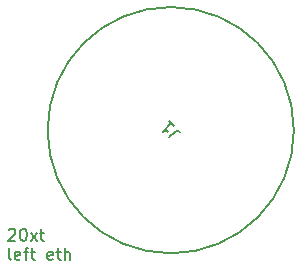
<source format=gbr>
%TF.GenerationSoftware,KiCad,Pcbnew,7.0.6*%
%TF.CreationDate,2024-04-06T15:36:31-04:00*%
%TF.ProjectId,peripheral_io_left_eth,70657269-7068-4657-9261-6c5f696f5f6c,rev?*%
%TF.SameCoordinates,Original*%
%TF.FileFunction,Legend,Top*%
%TF.FilePolarity,Positive*%
%FSLAX46Y46*%
G04 Gerber Fmt 4.6, Leading zero omitted, Abs format (unit mm)*
G04 Created by KiCad (PCBNEW 7.0.6) date 2024-04-06 15:36:31*
%MOMM*%
%LPD*%
G01*
G04 APERTURE LIST*
%ADD10C,0.150000*%
%ADD11C,0.152400*%
G04 APERTURE END LIST*
D10*
X169834160Y-83334057D02*
X169881779Y-83286438D01*
X169881779Y-83286438D02*
X169977017Y-83238819D01*
X169977017Y-83238819D02*
X170215112Y-83238819D01*
X170215112Y-83238819D02*
X170310350Y-83286438D01*
X170310350Y-83286438D02*
X170357969Y-83334057D01*
X170357969Y-83334057D02*
X170405588Y-83429295D01*
X170405588Y-83429295D02*
X170405588Y-83524533D01*
X170405588Y-83524533D02*
X170357969Y-83667390D01*
X170357969Y-83667390D02*
X169786541Y-84238819D01*
X169786541Y-84238819D02*
X170405588Y-84238819D01*
X171024636Y-83238819D02*
X171119874Y-83238819D01*
X171119874Y-83238819D02*
X171215112Y-83286438D01*
X171215112Y-83286438D02*
X171262731Y-83334057D01*
X171262731Y-83334057D02*
X171310350Y-83429295D01*
X171310350Y-83429295D02*
X171357969Y-83619771D01*
X171357969Y-83619771D02*
X171357969Y-83857866D01*
X171357969Y-83857866D02*
X171310350Y-84048342D01*
X171310350Y-84048342D02*
X171262731Y-84143580D01*
X171262731Y-84143580D02*
X171215112Y-84191200D01*
X171215112Y-84191200D02*
X171119874Y-84238819D01*
X171119874Y-84238819D02*
X171024636Y-84238819D01*
X171024636Y-84238819D02*
X170929398Y-84191200D01*
X170929398Y-84191200D02*
X170881779Y-84143580D01*
X170881779Y-84143580D02*
X170834160Y-84048342D01*
X170834160Y-84048342D02*
X170786541Y-83857866D01*
X170786541Y-83857866D02*
X170786541Y-83619771D01*
X170786541Y-83619771D02*
X170834160Y-83429295D01*
X170834160Y-83429295D02*
X170881779Y-83334057D01*
X170881779Y-83334057D02*
X170929398Y-83286438D01*
X170929398Y-83286438D02*
X171024636Y-83238819D01*
X171691303Y-84238819D02*
X172215112Y-83572152D01*
X171691303Y-83572152D02*
X172215112Y-84238819D01*
X172453208Y-83572152D02*
X172834160Y-83572152D01*
X172596065Y-83238819D02*
X172596065Y-84095961D01*
X172596065Y-84095961D02*
X172643684Y-84191200D01*
X172643684Y-84191200D02*
X172738922Y-84238819D01*
X172738922Y-84238819D02*
X172834160Y-84238819D01*
X170024636Y-85848819D02*
X169929398Y-85801200D01*
X169929398Y-85801200D02*
X169881779Y-85705961D01*
X169881779Y-85705961D02*
X169881779Y-84848819D01*
X170786541Y-85801200D02*
X170691303Y-85848819D01*
X170691303Y-85848819D02*
X170500827Y-85848819D01*
X170500827Y-85848819D02*
X170405589Y-85801200D01*
X170405589Y-85801200D02*
X170357970Y-85705961D01*
X170357970Y-85705961D02*
X170357970Y-85325009D01*
X170357970Y-85325009D02*
X170405589Y-85229771D01*
X170405589Y-85229771D02*
X170500827Y-85182152D01*
X170500827Y-85182152D02*
X170691303Y-85182152D01*
X170691303Y-85182152D02*
X170786541Y-85229771D01*
X170786541Y-85229771D02*
X170834160Y-85325009D01*
X170834160Y-85325009D02*
X170834160Y-85420247D01*
X170834160Y-85420247D02*
X170357970Y-85515485D01*
X171119875Y-85182152D02*
X171500827Y-85182152D01*
X171262732Y-85848819D02*
X171262732Y-84991676D01*
X171262732Y-84991676D02*
X171310351Y-84896438D01*
X171310351Y-84896438D02*
X171405589Y-84848819D01*
X171405589Y-84848819D02*
X171500827Y-84848819D01*
X171691304Y-85182152D02*
X172072256Y-85182152D01*
X171834161Y-84848819D02*
X171834161Y-85705961D01*
X171834161Y-85705961D02*
X171881780Y-85801200D01*
X171881780Y-85801200D02*
X171977018Y-85848819D01*
X171977018Y-85848819D02*
X172072256Y-85848819D01*
X173548447Y-85801200D02*
X173453209Y-85848819D01*
X173453209Y-85848819D02*
X173262733Y-85848819D01*
X173262733Y-85848819D02*
X173167495Y-85801200D01*
X173167495Y-85801200D02*
X173119876Y-85705961D01*
X173119876Y-85705961D02*
X173119876Y-85325009D01*
X173119876Y-85325009D02*
X173167495Y-85229771D01*
X173167495Y-85229771D02*
X173262733Y-85182152D01*
X173262733Y-85182152D02*
X173453209Y-85182152D01*
X173453209Y-85182152D02*
X173548447Y-85229771D01*
X173548447Y-85229771D02*
X173596066Y-85325009D01*
X173596066Y-85325009D02*
X173596066Y-85420247D01*
X173596066Y-85420247D02*
X173119876Y-85515485D01*
X173881781Y-85182152D02*
X174262733Y-85182152D01*
X174024638Y-84848819D02*
X174024638Y-85705961D01*
X174024638Y-85705961D02*
X174072257Y-85801200D01*
X174072257Y-85801200D02*
X174167495Y-85848819D01*
X174167495Y-85848819D02*
X174262733Y-85848819D01*
X174596067Y-85848819D02*
X174596067Y-84848819D01*
X175024638Y-85848819D02*
X175024638Y-85325009D01*
X175024638Y-85325009D02*
X174977019Y-85229771D01*
X174977019Y-85229771D02*
X174881781Y-85182152D01*
X174881781Y-85182152D02*
X174738924Y-85182152D01*
X174738924Y-85182152D02*
X174643686Y-85229771D01*
X174643686Y-85229771D02*
X174596067Y-85277390D01*
X183406161Y-75498639D02*
X183911237Y-74993563D01*
X183911237Y-74993563D02*
X184045924Y-74926219D01*
X184045924Y-74926219D02*
X184180611Y-74926219D01*
X184180611Y-74926219D02*
X184315298Y-74993563D01*
X184315298Y-74993563D02*
X184382642Y-75060906D01*
X183406161Y-74084425D02*
X183810222Y-74488486D01*
X183608191Y-74286456D02*
X182901084Y-74993563D01*
X182901084Y-74993563D02*
X183069443Y-74959891D01*
X183069443Y-74959891D02*
X183204130Y-74959891D01*
X183204130Y-74959891D02*
X183305145Y-74993563D01*
D11*
%TO.C,J1*%
X193982660Y-74877436D02*
G75*
G03*
X193982660Y-74877436I-10426700J0D01*
G01*
%TD*%
M02*

</source>
